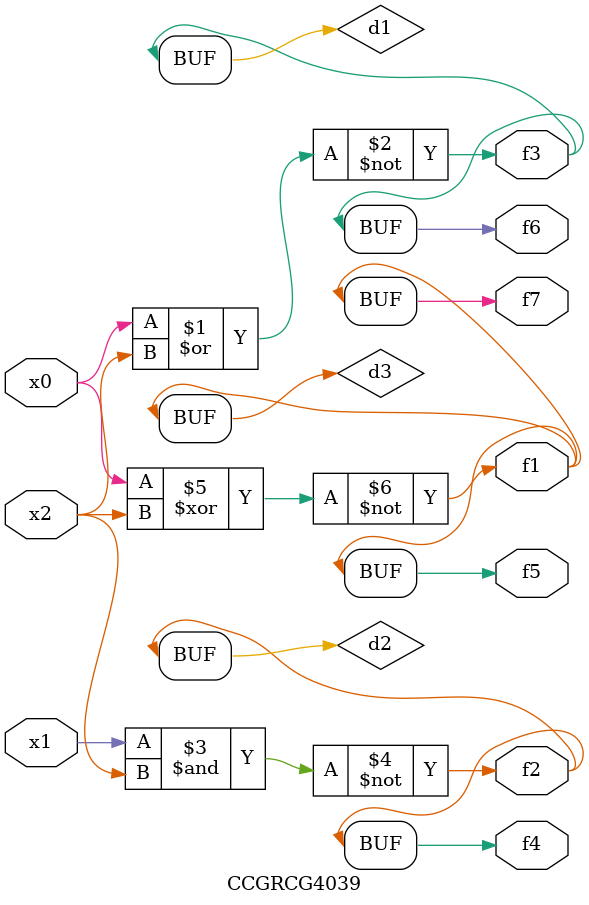
<source format=v>
module CCGRCG4039(
	input x0, x1, x2,
	output f1, f2, f3, f4, f5, f6, f7
);

	wire d1, d2, d3;

	nor (d1, x0, x2);
	nand (d2, x1, x2);
	xnor (d3, x0, x2);
	assign f1 = d3;
	assign f2 = d2;
	assign f3 = d1;
	assign f4 = d2;
	assign f5 = d3;
	assign f6 = d1;
	assign f7 = d3;
endmodule

</source>
